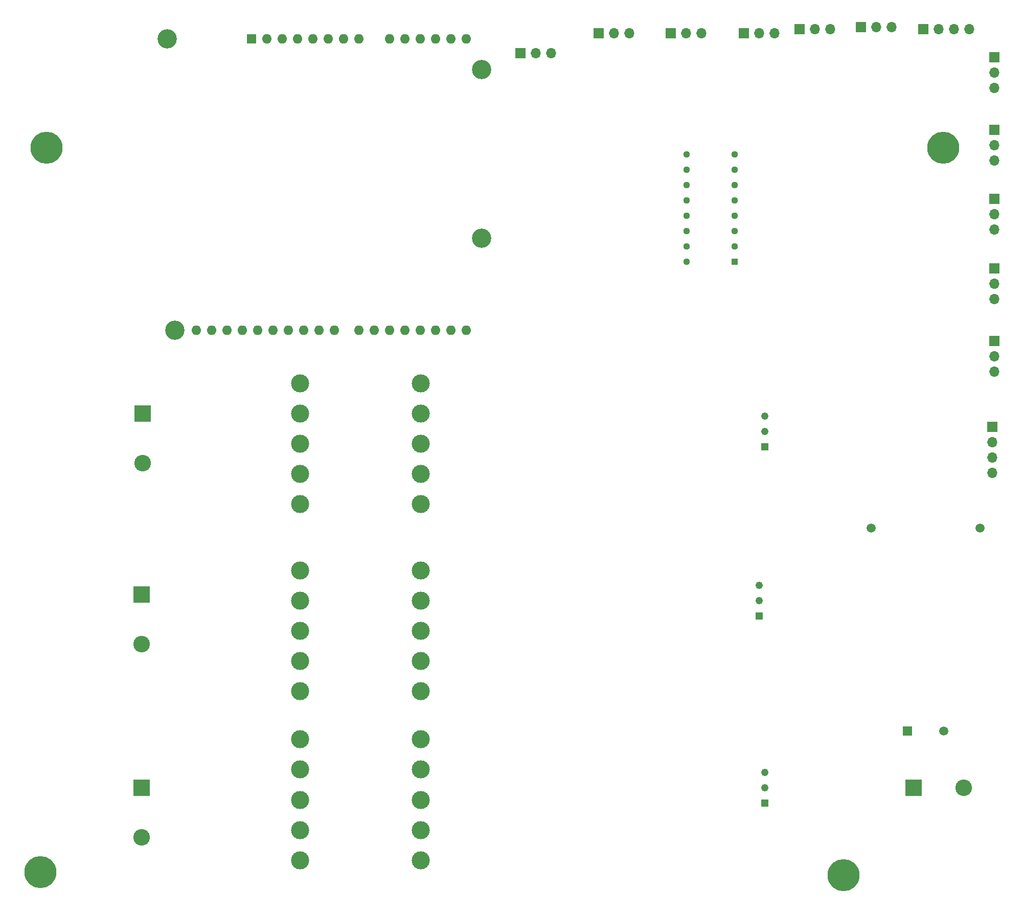
<source format=gbs>
%TF.GenerationSoftware,KiCad,Pcbnew,6.0.4-6f826c9f35~116~ubuntu18.04.1*%
%TF.CreationDate,2022-03-30T21:42:36+05:30*%
%TF.ProjectId,dg Monitor,6467204d-6f6e-4697-946f-722e6b696361,rev?*%
%TF.SameCoordinates,Original*%
%TF.FileFunction,Soldermask,Bot*%
%TF.FilePolarity,Negative*%
%FSLAX46Y46*%
G04 Gerber Fmt 4.6, Leading zero omitted, Abs format (unit mm)*
G04 Created by KiCad (PCBNEW 6.0.4-6f826c9f35~116~ubuntu18.04.1) date 2022-03-30 21:42:36*
%MOMM*%
%LPD*%
G01*
G04 APERTURE LIST*
%ADD10C,5.300000*%
%ADD11R,1.700000X1.700000*%
%ADD12O,1.700000X1.700000*%
%ADD13R,2.743200X2.743200*%
%ADD14C,2.743200*%
%ADD15O,1.600000X1.600000*%
%ADD16R,1.600000X1.600000*%
%ADD17C,3.200000*%
%ADD18R,1.218000X1.218000*%
%ADD19C,1.218000*%
%ADD20C,3.000000*%
%ADD21R,1.130000X1.130000*%
%ADD22C,1.130000*%
%ADD23R,1.500000X1.500000*%
%ADD24C,1.500000*%
G04 APERTURE END LIST*
D10*
%TO.C,H3*%
X191500000Y-43000000D03*
%TD*%
%TO.C,H4*%
X175000000Y-163500000D03*
%TD*%
%TO.C,H2*%
X42000000Y-163000000D03*
%TD*%
%TO.C,H1*%
X43000000Y-43000000D03*
%TD*%
D11*
%TO.C,J11*%
X188200000Y-23375000D03*
D12*
X190740000Y-23375000D03*
X193280000Y-23375000D03*
X195820000Y-23375000D03*
%TD*%
D13*
%TO.C,J14*%
X58925000Y-86999500D03*
D14*
X58925000Y-95254500D03*
%TD*%
D13*
%TO.C,J1*%
X186624500Y-149000500D03*
D14*
X194879500Y-149000500D03*
%TD*%
D11*
%TO.C,J5*%
X200000000Y-40000000D03*
D12*
X200000000Y-42540000D03*
X200000000Y-45080000D03*
%TD*%
D15*
%TO.C,A1*%
X67810500Y-73244500D03*
X70350500Y-73244500D03*
X72890500Y-73244500D03*
X75430500Y-73244500D03*
X77970500Y-73244500D03*
X80510500Y-73244500D03*
X83050500Y-73244500D03*
X85590500Y-73244500D03*
X88130500Y-73244500D03*
X90670500Y-73244500D03*
X94730500Y-73244500D03*
X97270500Y-73244500D03*
X99810500Y-73244500D03*
X102350500Y-73244500D03*
X104890500Y-73244500D03*
X107430500Y-73244500D03*
X109970500Y-73244500D03*
X112510500Y-73244500D03*
X112510500Y-24984500D03*
X109970500Y-24984500D03*
X107430500Y-24984500D03*
X104890500Y-24984500D03*
X102350500Y-24984500D03*
X99810500Y-24984500D03*
X94730500Y-24984500D03*
X92190500Y-24984500D03*
X89650500Y-24984500D03*
X87110500Y-24984500D03*
X84570500Y-24984500D03*
X82030500Y-24984500D03*
X79490500Y-24984500D03*
D16*
X76950500Y-24984500D03*
D17*
X62980500Y-24984500D03*
X115050500Y-58004500D03*
X115050500Y-30064500D03*
X64250500Y-73244500D03*
%TD*%
D18*
%TO.C,RV3*%
X162000000Y-92540000D03*
D19*
X162000000Y-90000000D03*
X162000000Y-87460000D03*
%TD*%
D20*
%TO.C,T3*%
X105000000Y-133000000D03*
X105000000Y-113000000D03*
X85000000Y-118000000D03*
X85000000Y-128000000D03*
X105000000Y-123000000D03*
X85000000Y-123000000D03*
X105000000Y-118000000D03*
X105000000Y-128000000D03*
X85000000Y-113000000D03*
X85000000Y-133000000D03*
%TD*%
D13*
%TO.C,J15*%
X58799500Y-148999500D03*
D14*
X58799500Y-157254500D03*
%TD*%
D11*
%TO.C,J10*%
X199625000Y-89200000D03*
D12*
X199625000Y-91740000D03*
X199625000Y-94280000D03*
X199625000Y-96820000D03*
%TD*%
D11*
%TO.C,J20*%
X146395000Y-24000000D03*
D12*
X148935000Y-24000000D03*
X151475000Y-24000000D03*
%TD*%
D18*
%TO.C,RV1*%
X161000000Y-120540000D03*
D19*
X161000000Y-118000000D03*
X161000000Y-115460000D03*
%TD*%
D11*
%TO.C,J13*%
X200000000Y-75000000D03*
D12*
X200000000Y-77540000D03*
X200000000Y-80080000D03*
%TD*%
D11*
%TO.C,J21*%
X158475000Y-24000000D03*
D12*
X161015000Y-24000000D03*
X163555000Y-24000000D03*
%TD*%
D13*
%TO.C,J16*%
X58799500Y-116999500D03*
D14*
X58799500Y-125254500D03*
%TD*%
D20*
%TO.C,T1*%
X104996000Y-161000000D03*
X104996000Y-141000000D03*
X84996000Y-146000000D03*
X84996000Y-156000000D03*
X104996000Y-151000000D03*
X84996000Y-151000000D03*
X104996000Y-146000000D03*
X104996000Y-156000000D03*
X84996000Y-141000000D03*
X84996000Y-161000000D03*
%TD*%
D11*
%TO.C,J6*%
X200000000Y-51475000D03*
D12*
X200000000Y-54015000D03*
X200000000Y-56555000D03*
%TD*%
D21*
%TO.C,U2*%
X156970000Y-61890000D03*
D22*
X156970000Y-59350000D03*
X156970000Y-56810000D03*
X156970000Y-54270000D03*
X156970000Y-51730000D03*
X156970000Y-49190000D03*
X156970000Y-46650000D03*
X156970000Y-44110000D03*
X149030000Y-44110000D03*
X149030000Y-46650000D03*
X149030000Y-49190000D03*
X149030000Y-51730000D03*
X149030000Y-54270000D03*
X149030000Y-56810000D03*
X149030000Y-59350000D03*
X149030000Y-61890000D03*
%TD*%
D11*
%TO.C,J12*%
X200000000Y-28000000D03*
D12*
X200000000Y-30540000D03*
X200000000Y-33080000D03*
%TD*%
D23*
%TO.C,PS1*%
X185625000Y-139600000D03*
D24*
X191625000Y-139600000D03*
X179625000Y-106000000D03*
X197625000Y-106000000D03*
%TD*%
D11*
%TO.C,J8*%
X121475000Y-27375000D03*
D12*
X124015000Y-27375000D03*
X126555000Y-27375000D03*
%TD*%
D20*
%TO.C,T2*%
X105000000Y-102000000D03*
X105000000Y-82000000D03*
X85000000Y-87000000D03*
X85000000Y-97000000D03*
X105000000Y-92000000D03*
X85000000Y-92000000D03*
X105000000Y-87000000D03*
X105000000Y-97000000D03*
X85000000Y-82000000D03*
X85000000Y-102000000D03*
%TD*%
D11*
%TO.C,J17*%
X134475000Y-24000000D03*
D12*
X137015000Y-24000000D03*
X139555000Y-24000000D03*
%TD*%
D18*
%TO.C,RV2*%
X162000000Y-151540000D03*
D19*
X162000000Y-149000000D03*
X162000000Y-146460000D03*
%TD*%
D11*
%TO.C,J7*%
X200000000Y-63000000D03*
D12*
X200000000Y-65540000D03*
X200000000Y-68080000D03*
%TD*%
D11*
%TO.C,J9*%
X167740000Y-23375000D03*
D12*
X170280000Y-23375000D03*
X172820000Y-23375000D03*
%TD*%
D11*
%TO.C,J19*%
X177920000Y-23000000D03*
D12*
X180460000Y-23000000D03*
X183000000Y-23000000D03*
%TD*%
M02*

</source>
